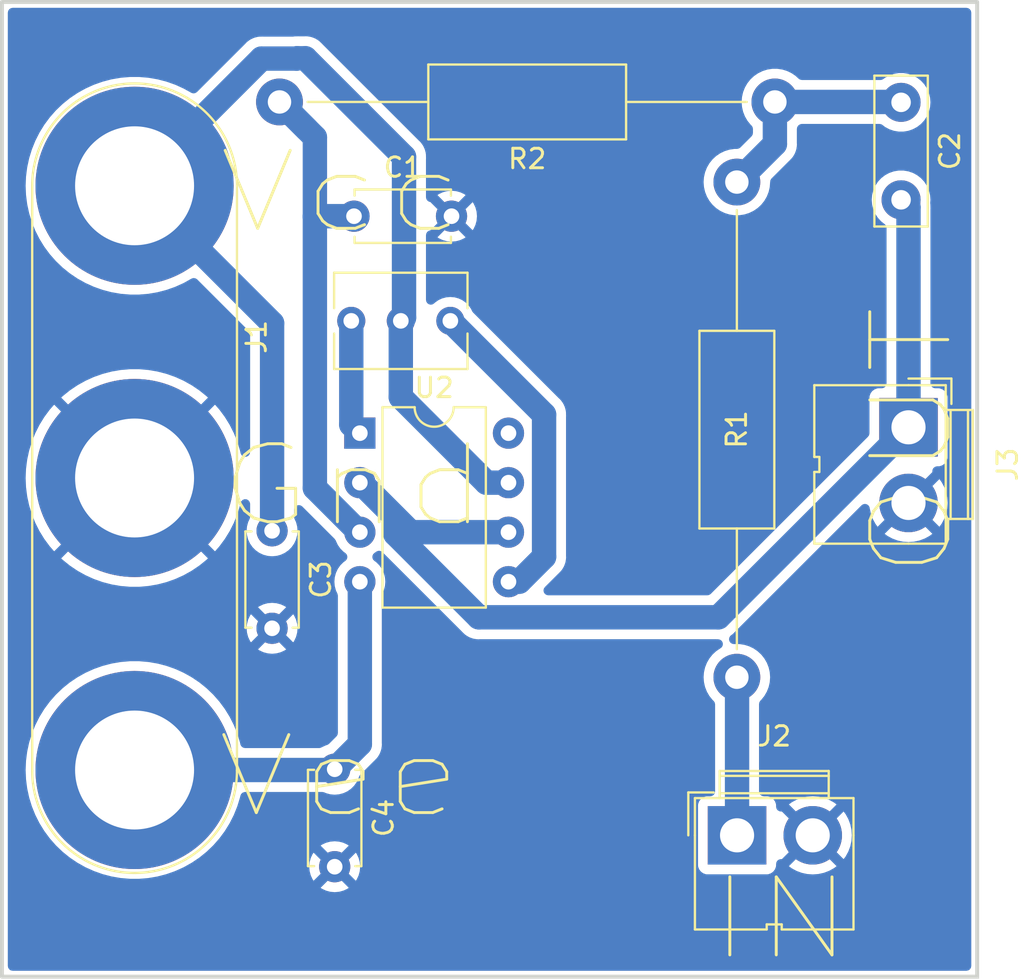
<source format=kicad_pcb>
(kicad_pcb (version 20221018) (generator pcbnew)
  (layers (0 "F.Cu" signal) (31 "B.Cu" signal) (34 "B.Paste" user) (35 "F.Paste" user) (36 "B.SilkS" user "B.Silkscreen") (37 "F.SilkS" user "F.Silkscreen") (38 "B.Mask" user) (39 "F.Mask" user) (44 "Edge.Cuts" user))
  (net 0 "")
  (net 1 "Net-(U2-+)")
  (net 2 "GND")
  (net 3 "Net-(C2-Pad1)")
  (net 4 "Vout")
  (net 5 "Vcc")
  (net 6 "Vin")
  (net 7 "Vee")
  (net 8 "B1")
  (net 9 "B5")
  (footprint "Package_DIP:DIP-8_W7.62mm" (layer "F.Cu") (at 38.41 52.17)
    (fp_text reference "U2" (at 3.81 -2.33) (layer "F.SilkS"))
    (fp_text value "LF355")
    (fp_line (start 1.16 -1.33) (end 1.16 8.95) (stroke (width 0.12)) (layer "F.SilkS"))
    (fp_line (start 1.16 8.95) (end 6.46 8.95) (stroke (width 0.12)) (layer "F.SilkS"))
    (fp_line (start 2.81 -1.33) (end 1.16 -1.33) (stroke (width 0.12)) (layer "F.SilkS"))
    (fp_line (start 6.46 -1.33) (end 4.81 -1.33) (stroke (width 0.12)) (layer "F.SilkS"))
    (fp_line (start 6.46 8.95) (end 6.46 -1.33) (stroke (width 0.12)) (layer "F.SilkS"))
    (fp_arc (start 4.81 -1.33) (mid 3.81 -0.33) (end 2.81 -1.33) (stroke (width 0.12)) (layer "F.SilkS"))
    (pad "1" thru_hole rect (at 0 0) (size 1.6 1.6) (drill 0.8) (layers "*.Cu" "*.Mask") (net 8 "B1"))
    (pad "2" thru_hole oval (at 0 2.54) (size 1.6 1.6) (drill 0.8) (layers "*.Cu" "*.Mask") (net 4 "Vout"))
    (pad "3" thru_hole oval (at 0 5.08) (size 1.6 1.6) (drill 0.8) (layers "*.Cu" "*.Mask") (net 1 "Net-(U2-+)"))
    (pad "4" thru_hole oval (at 0 7.62) (size 1.6 1.6) (drill 0.8) (layers "*.Cu" "*.Mask") (net 7 "Vee"))
    (pad "5" thru_hole oval (at 7.62 7.62) (size 1.6 1.6) (drill 0.8) (layers "*.Cu" "*.Mask") (net 9 "B5"))
    (pad "6" thru_hole oval (at 7.62 5.08) (size 1.6 1.6) (drill 0.8) (layers "*.Cu" "*.Mask") (net 4 "Vout"))
    (pad "7" thru_hole oval (at 7.62 2.54) (size 1.6 1.6) (drill 0.8) (layers "*.Cu" "*.Mask") (net 5 "Vcc"))
    (pad "8" thru_hole oval (at 7.62 0) (size 1.6 1.6) (drill 0.8) (layers "*.Cu" "*.Mask"))
  )
  (footprint "Connector:JWT_A3963_1x02_P3.96mm_Vertical" (layer "F.Cu") (at 57.75 72.8)
    (fp_text reference "J2" (at 1.91 -5.08) (layer "F.SilkS"))
    (fp_text value "Conn_01x02")
    (fp_line (start -2.5 -2.2) (end -2.5 0) (stroke (width 0.12)) (layer "F.SilkS"))
    (fp_line (start -2.16 -1.91) (end -2.16 0) (stroke (width 0.12)) (layer "F.SilkS"))
    (fp_line (start -2.16 -1.91) (end 5.97 -1.91) (stroke (width 0.12)) (layer "F.SilkS"))
    (fp_line (start -2.16 0) (end -2.16 4.83) (stroke (width 0.12)) (layer "F.SilkS"))
    (fp_line (start -1.2 -2.2) (end -2.5 -2.2) (stroke (width 0.12)) (layer "F.SilkS"))
    (fp_line (start -0.89 -3.3) (end 4.7 -3.3) (stroke (width 0.12)) (layer "F.SilkS"))
    (fp_line (start -0.89 -3.05) (end 4.7 -3.05) (stroke (width 0.12)) (layer "F.SilkS"))
    (fp_line (start -0.89 -2.16) (end 4.7 -2.16) (stroke (width 0.12)) (layer "F.SilkS"))
    (fp_line (start -0.89 -1.91) (end -0.89 -3.3) (stroke (width 0.12)) (layer "F.SilkS"))
    (fp_line (start 1.52 4.57) (end 2.29 4.57) (stroke (width 0.12)) (layer "F.SilkS"))
    (fp_line (start 1.52 4.83) (end -2.16 4.83) (stroke (width 0.12)) (layer "F.SilkS"))
    (fp_line (start 1.52 4.83) (end 1.52 4.57) (stroke (width 0.12)) (layer "F.SilkS"))
    (fp_line (start 2.29 4.57) (end 2.29 4.83) (stroke (width 0.12)) (layer "F.SilkS"))
    (fp_line (start 2.29 4.83) (end 5.97 4.83) (stroke (width 0.12)) (layer "F.SilkS"))
    (fp_line (start 4.7 -1.91) (end 4.7 -3.3) (stroke (width 0.12)) (layer "F.SilkS"))
    (fp_line (start 5.97 -1.91) (end 5.97 0) (stroke (width 0.12)) (layer "F.SilkS"))
    (fp_line (start 5.97 4.83) (end 5.97 0) (stroke (width 0.12)) (layer "F.SilkS"))
    (pad "1" thru_hole rect (at 0 0) (size 3 3) (drill 1.75) (layers "*.Cu" "*.Mask") (net 6 "Vin"))
    (pad "2" thru_hole circle (at 3.88 0) (size 3 3) (drill 1.75) (layers "*.Cu" "*.Mask") (net 2 "GND"))
  )
  (footprint "Capacitor_THT:C_Disc_D7.5mm_W2.5mm_P5.00mm" (layer "F.Cu") (at 66.16 35.2 -90)
    (fp_text reference "C2" (at 2.5 -2.5 90) (layer "F.SilkS"))
    (fp_text value "680n")
    (fp_line (start -1.37 -1.37) (end -1.37 1.37) (stroke (width 0.12)) (layer "F.SilkS"))
    (fp_line (start -1.37 -1.37) (end 6.37 -1.37) (stroke (width 0.12)) (layer "F.SilkS"))
    (fp_line (start -1.37 1.37) (end 6.37 1.37) (stroke (width 0.12)) (layer "F.SilkS"))
    (fp_line (start 6.37 -1.37) (end 6.37 1.37) (stroke (width 0.12)) (layer "F.SilkS"))
    (pad "1" thru_hole circle (at 0 0 270) (size 2 2) (drill 1) (layers "*.Cu" "*.Mask") (net 3 "Net-(C2-Pad1)"))
    (pad "2" thru_hole circle (at 5 0 270) (size 2 2) (drill 1) (layers "*.Cu" "*.Mask") (net 4 "Vout"))
  )
  (footprint "Capacitor_THT:C_Disc_D4.7mm_W2.5mm_P5.00mm" (layer "F.Cu") (at 37.12 69.41 -90)
    (fp_text reference "C4" (at 2.5 -2.5 90) (layer "F.SilkS"))
    (fp_text value "C")
    (fp_line (start 0.03 -1.37) (end 0.03 -1.055) (stroke (width 0.12)) (layer "F.SilkS"))
    (fp_line (start 0.03 -1.37) (end 4.97 -1.37) (stroke (width 0.12)) (layer "F.SilkS"))
    (fp_line (start 0.03 1.055) (end 0.03 1.37) (stroke (width 0.12)) (layer "F.SilkS"))
    (fp_line (start 0.03 1.37) (end 4.97 1.37) (stroke (width 0.12)) (layer "F.SilkS"))
    (fp_line (start 4.97 -1.37) (end 4.97 -1.055) (stroke (width 0.12)) (layer "F.SilkS"))
    (fp_line (start 4.97 1.055) (end 4.97 1.37) (stroke (width 0.12)) (layer "F.SilkS"))
    (pad "1" thru_hole circle (at 0 0 270) (size 1.6 1.6) (drill 0.8) (layers "*.Cu" "*.Mask") (net 7 "Vee"))
    (pad "2" thru_hole circle (at 5 0 270) (size 1.6 1.6) (drill 0.8) (layers "*.Cu" "*.Mask") (net 2 "GND"))
  )
  (footprint "Capacitor_THT:C_Disc_D4.7mm_W2.5mm_P5.00mm" (layer "F.Cu") (at 38.11 41.04)
    (fp_text reference "C1" (at 2.5 -2.5) (layer "F.SilkS"))
    (fp_text value "100n")
    (fp_line (start 0.03 -1.37) (end 0.03 -1.055) (stroke (width 0.12)) (layer "F.SilkS"))
    (fp_line (start 0.03 -1.37) (end 4.97 -1.37) (stroke (width 0.12)) (layer "F.SilkS"))
    (fp_line (start 0.03 1.055) (end 0.03 1.37) (stroke (width 0.12)) (layer "F.SilkS"))
    (fp_line (start 0.03 1.37) (end 4.97 1.37) (stroke (width 0.12)) (layer "F.SilkS"))
    (fp_line (start 4.97 -1.37) (end 4.97 -1.055) (stroke (width 0.12)) (layer "F.SilkS"))
    (fp_line (start 4.97 1.055) (end 4.97 1.37) (stroke (width 0.12)) (layer "F.SilkS"))
    (pad "1" thru_hole circle (at 0 0) (size 1.6 1.6) (drill 0.8) (layers "*.Cu" "*.Mask") (net 1 "Net-(U2-+)"))
    (pad "2" thru_hole circle (at 5 0) (size 1.6 1.6) (drill 0.8) (layers "*.Cu" "*.Mask") (net 2 "GND"))
  )
  (footprint "Resistor_THT:R_Axial_DIN0411_L9.9mm_D3.6mm_P25.40mm_Horizontal" (layer "F.Cu") (at 57.74 64.69 90)
    (fp_text reference "R1" (at 12.71 -0.01 90) (layer "F.SilkS"))
    (fp_text value "36k")
    (fp_line (start 1.44 0) (end 7.63 0) (stroke (width 0.12)) (layer "F.SilkS"))
    (fp_line (start 7.63 -1.92) (end 7.63 1.92) (stroke (width 0.12)) (layer "F.SilkS"))
    (fp_line (start 7.63 1.92) (end 17.77 1.92) (stroke (width 0.12)) (layer "F.SilkS"))
    (fp_line (start 17.77 -1.92) (end 7.63 -1.92) (stroke (width 0.12)) (layer "F.SilkS"))
    (fp_line (start 17.77 1.92) (end 17.77 -1.92) (stroke (width 0.12)) (layer "F.SilkS"))
    (fp_line (start 23.96 0) (end 17.77 0) (stroke (width 0.12)) (layer "F.SilkS"))
    (pad "1" thru_hole circle (at 0 0 90) (size 2.4 2.4) (drill 1.2) (layers "*.Cu" "*.Mask") (net 6 "Vin"))
    (pad "2" thru_hole oval (at 25.4 0 90) (size 2.4 2.4) (drill 1.2) (layers "*.Cu" "*.Mask") (net 3 "Net-(C2-Pad1)"))
  )
  (footprint "Resistor_THT:R_Axial_DIN0411_L9.9mm_D3.6mm_P25.40mm_Horizontal" (layer "F.Cu") (at 59.69 35.18 180)
    (fp_text reference "R2" (at 12.7 -2.92) (layer "F.SilkS"))
    (fp_text value "18k")
    (fp_line (start 1.44 0) (end 7.63 0) (stroke (width 0.12)) (layer "F.SilkS"))
    (fp_line (start 7.63 -1.92) (end 7.63 1.92) (stroke (width 0.12)) (layer "F.SilkS"))
    (fp_line (start 7.63 1.92) (end 17.77 1.92) (stroke (width 0.12)) (layer "F.SilkS"))
    (fp_line (start 17.77 -1.92) (end 7.63 -1.92) (stroke (width 0.12)) (layer "F.SilkS"))
    (fp_line (start 17.77 1.92) (end 17.77 -1.92) (stroke (width 0.12)) (layer "F.SilkS"))
    (fp_line (start 23.96 0) (end 17.77 0) (stroke (width 0.12)) (layer "F.SilkS"))
    (pad "1" thru_hole circle (at 0 0 180) (size 2.4 2.4) (drill 1.2) (layers "*.Cu" "*.Mask") (net 3 "Net-(C2-Pad1)"))
    (pad "2" thru_hole oval (at 25.4 0 180) (size 2.4 2.4) (drill 1.2) (layers "*.Cu" "*.Mask") (net 1 "Net-(U2-+)"))
  )
  (footprint "Connector:JWT_A3963_1x02_P3.96mm_Vertical" (layer "F.Cu") (at 66.54 51.87 -90)
    (fp_text reference "J3" (at 1.91 -5.08 90) (layer "F.SilkS"))
    (fp_text value "Conn_01x02")
    (fp_line (start -2.5 -2.2) (end -2.5 0) (stroke (width 0.12)) (layer "F.SilkS"))
    (fp_line (start -2.16 -1.91) (end -2.16 0) (stroke (width 0.12)) (layer "F.SilkS"))
    (fp_line (start -2.16 -1.91) (end 5.97 -1.91) (stroke (width 0.12)) (layer "F.SilkS"))
    (fp_line (start -2.16 0) (end -2.16 4.83) (stroke (width 0.12)) (layer "F.SilkS"))
    (fp_line (start -1.2 -2.2) (end -2.5 -2.2) (stroke (width 0.12)) (layer "F.SilkS"))
    (fp_line (start -0.89 -3.3) (end 4.7 -3.3) (stroke (width 0.12)) (layer "F.SilkS"))
    (fp_line (start -0.89 -3.05) (end 4.7 -3.05) (stroke (width 0.12)) (layer "F.SilkS"))
    (fp_line (start -0.89 -2.16) (end 4.7 -2.16) (stroke (width 0.12)) (layer "F.SilkS"))
    (fp_line (start -0.89 -1.91) (end -0.89 -3.3) (stroke (width 0.12)) (layer "F.SilkS"))
    (fp_line (start 1.52 4.57) (end 2.29 4.57) (stroke (width 0.12)) (layer "F.SilkS"))
    (fp_line (start 1.52 4.83) (end -2.16 4.83) (stroke (width 0.12)) (layer "F.SilkS"))
    (fp_line (start 1.52 4.83) (end 1.52 4.57) (stroke (width 0.12)) (layer "F.SilkS"))
    (fp_line (start 2.29 4.57) (end 2.29 4.83) (stroke (width 0.12)) (layer "F.SilkS"))
    (fp_line (start 2.29 4.83) (end 5.97 4.83) (stroke (width 0.12)) (layer "F.SilkS"))
    (fp_line (start 4.7 -1.91) (end 4.7 -3.3) (stroke (width 0.12)) (layer "F.SilkS"))
    (fp_line (start 5.97 -1.91) (end 5.97 0) (stroke (width 0.12)) (layer "F.SilkS"))
    (fp_line (start 5.97 4.83) (end 5.97 0) (stroke (width 0.12)) (layer "F.SilkS"))
    (pad "1" thru_hole rect (at 0 0 270) (size 3 3) (drill 1.75) (layers "*.Cu" "*.Mask") (net 4 "Vout"))
    (pad "2" thru_hole circle (at 3.88 0 270) (size 3 3) (drill 1.75) (layers "*.Cu" "*.Mask") (net 2 "GND"))
  )
  (footprint "Potentiometer_THT:Potentiometer_Vishay_T73XW_Horizontal" (layer "F.Cu") (at 37.97 46.41 90)
    (fp_text reference "RV1" hide)
    (fp_text value "25k")
    (fp_line (start -2.47 -0.88) (end -2.47 5.96) (stroke (width 0.12)) (layer "F.SilkS"))
    (fp_line (start -2.47 -0.88) (end -0.65 -0.88) (stroke (width 0.12)) (layer "F.SilkS"))
    (fp_line (start -2.47 5.96) (end -0.65 5.96) (stroke (width 0.12)) (layer "F.SilkS"))
    (fp_line (start 0.65 -0.88) (end 2.47 -0.88) (stroke (width 0.12)) (layer "F.SilkS"))
    (fp_line (start 0.65 5.96) (end 2.47 5.96) (stroke (width 0.12)) (layer "F.SilkS"))
    (fp_line (start 2.47 -0.88) (end 2.47 5.96) (stroke (width 0.12)) (layer "F.SilkS"))
    (pad "1" thru_hole circle (at 0 0 90) (size 1.44 1.44) (drill 0.8) (layers "*.Cu" "*.Mask") (net 8 "B1"))
    (pad "2" thru_hole circle (at 0 2.54 90) (size 1.44 1.44) (drill 0.8) (layers "*.Cu" "*.Mask") (net 5 "Vcc"))
    (pad "3" thru_hole circle (at 0 5.08 90) (size 1.44 1.44) (drill 0.8) (layers "*.Cu" "*.Mask") (net 9 "B5"))
  )
  (footprint "Capacitor_THT:C_Disc_D4.7mm_W2.5mm_P5.00mm" (layer "F.Cu") (at 33.91 57.18 -90)
    (fp_text reference "C3" (at 2.5 -2.5 90) (layer "F.SilkS"))
    (fp_text value "C")
    (fp_line (start 0.03 -1.37) (end 0.03 -1.055) (stroke (width 0.12)) (layer "F.SilkS"))
    (fp_line (start 0.03 -1.37) (end 4.97 -1.37) (stroke (width 0.12)) (layer "F.SilkS"))
    (fp_line (start 0.03 1.055) (end 0.03 1.37) (stroke (width 0.12)) (layer "F.SilkS"))
    (fp_line (start 0.03 1.37) (end 4.97 1.37) (stroke (width 0.12)) (layer "F.SilkS"))
    (fp_line (start 4.97 -1.37) (end 4.97 -1.055) (stroke (width 0.12)) (layer "F.SilkS"))
    (fp_line (start 4.97 1.055) (end 4.97 1.37) (stroke (width 0.12)) (layer "F.SilkS"))
    (pad "1" thru_hole circle (at 0 0 270) (size 1.6 1.6) (drill 0.8) (layers "*.Cu" "*.Mask") (net 5 "Vcc"))
    (pad "2" thru_hole circle (at 5 0 270) (size 1.6 1.6) (drill 0.8) (layers "*.Cu" "*.Mask") (net 2 "GND"))
  )
  (footprint "Connector:Banana_Jack_3Pin" (layer "F.Cu") (at 26.86 39.48 -90)
    (fp_text reference "J1" (at 7.75 -6.25 90) (layer "F.SilkS"))
    (fp_text value "Conn_01x03_Pin")
    (fp_line (start 0 5.25) (end 30 5.25) (stroke (width 0.12)) (layer "F.SilkS"))
    (fp_line (start 30 -5.25) (end 0 -5.25) (stroke (width 0.12)) (layer "F.SilkS"))
    (fp_arc (start 0 5.25) (mid -5.25 0) (end 0 -5.25) (stroke (width 0.12)) (layer "F.SilkS"))
    (fp_arc (start 30 -5.25) (mid 35.25 0) (end 30 5.25) (stroke (width 0.12)) (layer "F.SilkS"))
    (pad "1" thru_hole circle (at 0 0 270) (size 10.16 10.16) (drill 6.1) (layers "*.Cu" "*.Mask") (net 5 "Vcc"))
    (pad "2" thru_hole circle (at 14.99 0 270) (size 10.16 10.16) (drill 6.1) (layers "*.Cu" "*.Mask") (net 2 "GND"))
    (pad "3" thru_hole circle (at 29.97 0 270) (size 10.16 10.16) (drill 6.1) (layers "*.Cu" "*.Mask") (net 7 "Vee"))
  )
  (gr_poly (pts (xy 20.06 30.05) (xy 70.06 30.05) (xy 70.06 80.05) (xy 20.06 80.05)) (stroke (width 0.2)) (fill none) (layer "Edge.Cuts"))
  (gr_text "OUT" (at 69.05 59.85 90) (layer "F.SilkS") (effects (font (size 4 5)) (justify left bottom)))
  (gr_text "Vcc" (at 30.93 42.16) (layer "F.SilkS") (effects (font (size 4 5)) (justify left bottom)))
  (gr_text "Gnd" (at 30.97 57.21) (layer "F.SilkS") (effects (font (size 4 5)) (justify left bottom)))
  (gr_text "Vee" (at 30.86 72.13) (layer "F.SilkS") (effects (font (size 4 5)) (justify left bottom)))
  (gr_text "IN" (at 56.09 79.43) (layer "F.SilkS") (effects (font (size 4 5)) (justify left bottom)))
  (segment (start 36.105 41.06) (end 36.105 36.995) (width 1.25) (layer "B.Cu") (net 1))
  (segment (start 36.105 54.98594) (end 36.105 41.06) (width 1.25) (layer "B.Cu") (net 1))
  (segment (start 36.105 36.995) (end 34.29 35.18) (width 1.25) (layer "B.Cu") (net 1))
  (segment (start 38.41 57.25) (end 38.36906 57.25) (width 1.25) (layer "B.Cu") (net 1))
  (segment (start 36.125 41.04) (end 36.105 41.06) (width 1.25) (layer "B.Cu") (net 1))
  (segment (start 38.11 41.04) (end 36.125 41.04) (width 1.25) (layer "B.Cu") (net 1))
  (segment (start 34.29 35.18) (end 35.675 36.565) (width 1.25) (layer "B.Cu") (net 1))
  (segment (start 38.36906 57.25) (end 36.105 54.98594) (width 1.25) (layer "B.Cu") (net 1))
  (segment (start 59.69 35.18) (end 59.69 37.34) (width 1.25) (layer "B.Cu") (net 3))
  (segment (start 59.69 35.18) (end 66.14 35.18) (width 1.25) (layer "B.Cu") (net 3))
  (segment (start 59.69 37.34) (end 57.76 39.27) (width 1.25) (layer "B.Cu") (net 3))
  (segment (start 66.14 35.18) (end 66.16 35.2) (width 1.25) (layer "B.Cu") (net 3))
  (segment (start 66.54 51.87) (end 66.54 40.58) (width 1.25) (layer "B.Cu") (net 4))
  (segment (start 46.03 57.25) (end 41.01 57.25) (width 1.25) (layer "B.Cu") (net 4))
  (segment (start 56.795 61.615) (end 44.505 61.615) (width 1.25) (layer "B.Cu") (net 4))
  (segment (start 41.01 57.25) (end 38.47 54.71) (width 1.25) (layer "B.Cu") (net 4))
  (segment (start 40.235 56.49406) (end 38.45094 54.71) (width 1.25) (layer "B.Cu") (net 4))
  (segment (start 66.54 40.58) (end 66.16 40.2) (width 1.25) (layer "B.Cu") (net 4))
  (segment (start 44.505 61.615) (end 40.235 57.345) (width 1.25) (layer "B.Cu") (net 4))
  (segment (start 66.54 51.87) (end 56.795 61.615) (width 1.25) (layer "B.Cu") (net 4))
  (segment (start 38.47 54.71) (end 38.41 54.71) (width 1.25) (layer "B.Cu") (net 4))
  (segment (start 40.235 57.345) (end 40.235 56.49406) (width 1.25) (layer "B.Cu") (net 4))
  (segment (start 38.45094 54.71) (end 38.41 54.71) (width 1.25) (layer "B.Cu") (net 4))
  (segment (start 40.675 37.995) (end 40.675 46.245) (width 1.25) (layer "B.Cu") (net 5))
  (segment (start 40.675 46.245) (end 40.51 46.41) (width 1.25) (layer "B.Cu") (net 5))
  (segment (start 26.86 39.463374) (end 33.368374 32.955) (width 1.25) (layer "B.Cu") (net 5))
  (segment (start 44.89863 54.71) (end 46.03 54.71) (width 1.25) (layer "B.Cu") (net 5))
  (segment (start 33.368374 32.955) (end 35.175 32.955) (width 1.25) (layer "B.Cu") (net 5))
  (segment (start 35.62 32.94) (end 40.675 37.995) (width 1.25) (layer "B.Cu") (net 5))
  (segment (start 40.51 50.32137) (end 44.89863 54.71) (width 1.25) (layer "B.Cu") (net 5))
  (segment (start 33.91 46.53) (end 33.91 57.18) (width 1.25) (layer "B.Cu") (net 5))
  (segment (start 26.86 39.48) (end 33.91 46.53) (width 1.25) (layer "B.Cu") (net 5))
  (segment (start 35.175 32.955) (end 35.19 32.94) (width 1.25) (layer "B.Cu") (net 5))
  (segment (start 35.19 32.94) (end 35.62 32.94) (width 1.25) (layer "B.Cu") (net 5))
  (segment (start 26.86 39.48) (end 26.86 39.463374) (width 1.25) (layer "B.Cu") (net 5))
  (segment (start 40.51 46.41) (end 40.51 50.32137) (width 1.25) (layer "B.Cu") (net 5))
  (segment (start 57.75 64.7) (end 57.75 72.8) (width 1.25) (layer "B.Cu") (net 6))
  (segment (start 57.74 64.69) (end 57.75 64.7) (width 1.25) (layer "B.Cu") (net 6))
  (segment (start 37.08 69.45) (end 37.12 69.41) (width 1.25) (layer "B.Cu") (net 7))
  (segment (start 26.86 69.45) (end 37.08 69.45) (width 1.25) (layer "B.Cu") (net 7))
  (segment (start 38.41 59.79) (end 38.41 68.12) (width 1.25) (layer "B.Cu") (net 7))
  (segment (start 38.41 68.12) (end 37.12 69.41) (width 1.25) (layer "B.Cu") (net 7))
  (segment (start 37.05 69.48) (end 37.12 69.41) (width 1.25) (layer "B.Cu") (net 7))
  (segment (start 37.97 51.73) (end 38.41 52.17) (width 1.25) (layer "B.Cu") (net 8))
  (segment (start 37.97 46.41) (end 37.97 51.73) (width 1.25) (layer "B.Cu") (net 8))
  (segment (start 47.855 51.215) (end 47.855 58.515) (width 1.25) (layer "B.Cu") (net 9))
  (segment (start 46.58 59.79) (end 46.03 59.79) (width 1.25) (layer "B.Cu") (net 9))
  (segment (start 43.05 46.41) (end 47.855 51.215) (width 1.25) (layer "B.Cu") (net 9))
  (segment (start 47.855 58.515) (end 46.58 59.79) (width 1.25) (layer "B.Cu") (net 9))
  (zone (net 2) (net_name "GND") (layer "B.Cu") (connect_pads (clearance 0.5)) (min_thickness 0.5) (fill yes (thermal_gap 0.5) (thermal_bridge_width 0.51))
    (polygon (pts (xy 20 30) (xy 70 30) (xy 70 80) (xy 20 80)))
  )
)
</source>
